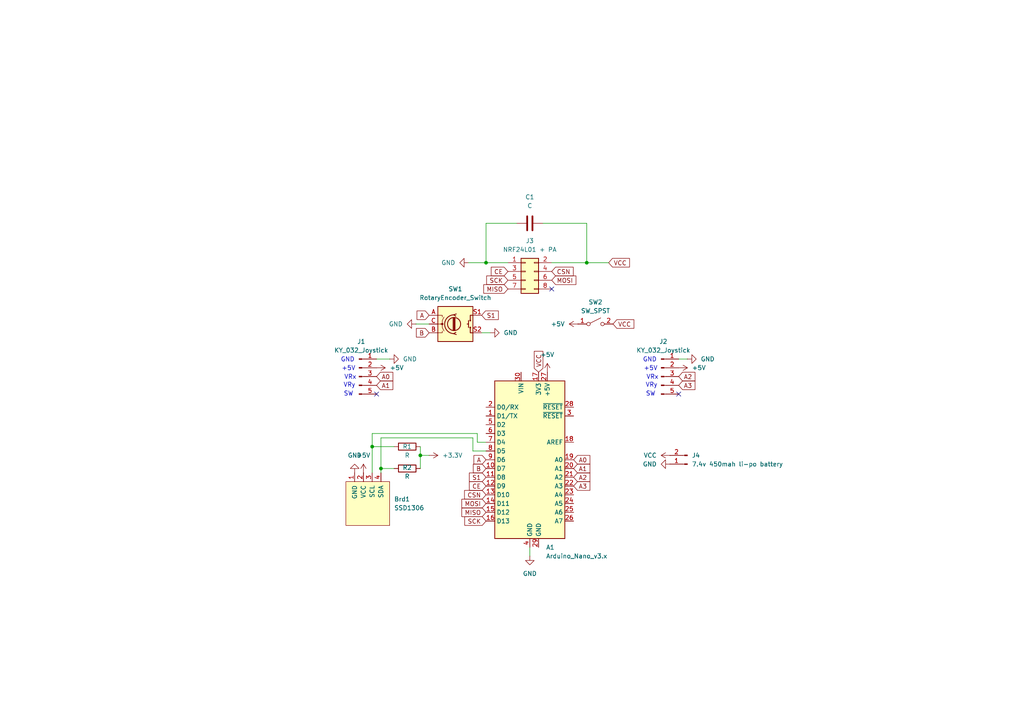
<source format=kicad_sch>
(kicad_sch (version 20250114) (generator "eeschema") (generator_version "9.0")
  (paper "A4")
  (lib_symbols
    (symbol "Connector:Conn_01x02_Pin" (pin_names (offset 1.016) (hide yes))
      (property "Reference" "J" (at 0 2.54 0))
      (property "Value" "Conn_01x02_Pin" (at 0 -5.08 0))
      (symbol "Conn_01x02_Pin_1_1"
        (rectangle (start 0.8636 0.127) (end 0 -0.127) (stroke (width 0.1524)) (fill (type outline)))
        (rectangle (start 0.8636 -2.413) (end 0 -2.667) (stroke (width 0.1524)) (fill (type outline)))
        (polyline (pts (xy 1.27 0) (xy 0.8636 0)) (stroke (width 0.1524)))
        (polyline (pts (xy 1.27 -2.54) (xy 0.8636 -2.54)) (stroke (width 0.1524)))
        (pin passive line (at 5.08 0 180) (length 3.81) (name "Pin_1") (number "1"))
        (pin passive line (at 5.08 -2.54 180) (length 3.81) (name "Pin_2") (number "2"))
      )
    )
    (symbol "Connector:Conn_01x05_Pin" (pin_names (offset 1.016) (hide yes))
      (property "Reference" "J" (at 0 7.62 0))
      (property "Value" "Conn_01x05_Pin" (at 0 -7.62 0))
      (symbol "Conn_01x05_Pin_1_1"
        (rectangle (start 0.8636 5.207) (end 0 4.953) (stroke (width 0.1524)) (fill (type outline)))
        (rectangle (start 0.8636 2.667) (end 0 2.413) (stroke (width 0.1524)) (fill (type outline)))
        (rectangle (start 0.8636 0.127) (end 0 -0.127) (stroke (width 0.1524)) (fill (type outline)))
        (rectangle (start 0.8636 -2.413) (end 0 -2.667) (stroke (width 0.1524)) (fill (type outline)))
        (rectangle (start 0.8636 -4.953) (end 0 -5.207) (stroke (width 0.1524)) (fill (type outline)))
        (polyline (pts (xy 1.27 5.08) (xy 0.8636 5.08)) (stroke (width 0.1524)))
        (polyline (pts (xy 1.27 2.54) (xy 0.8636 2.54)) (stroke (width 0.1524)))
        (polyline (pts (xy 1.27 0) (xy 0.8636 0)) (stroke (width 0.1524)))
        (polyline (pts (xy 1.27 -2.54) (xy 0.8636 -2.54)) (stroke (width 0.1524)))
        (polyline (pts (xy 1.27 -5.08) (xy 0.8636 -5.08)) (stroke (width 0.1524)))
        (pin passive line (at 5.08 5.08 180) (length 3.81) (name "Pin_1") (number "1"))
        (pin passive line (at 5.08 2.54 180) (length 3.81) (name "Pin_2") (number "2"))
        (pin passive line (at 5.08 0 180) (length 3.81) (name "Pin_3") (number "3"))
        (pin passive line (at 5.08 -2.54 180) (length 3.81) (name "Pin_4") (number "4"))
        (pin passive line (at 5.08 -5.08 180) (length 3.81) (name "Pin_5") (number "5"))
      )
    )
    (symbol "Connector_Generic:Conn_02x04_Odd_Even" (pin_names (offset 1.016) (hide yes))
      (property "Reference" "J" (at 1.27 5.08 0))
      (property "Value" "Conn_02x04_Odd_Even" (at 1.27 -7.62 0))
      (symbol "Conn_02x04_Odd_Even_1_1"
        (rectangle (start -1.27 3.81) (end 3.81 -6.35) (stroke (width 0.254)) (fill (type background)))
        (rectangle (start -1.27 2.667) (end 0 2.413) (stroke (width 0.1524)))
        (rectangle (start -1.27 0.127) (end 0 -0.127) (stroke (width 0.1524)))
        (rectangle (start -1.27 -2.413) (end 0 -2.667) (stroke (width 0.1524)))
        (rectangle (start -1.27 -4.953) (end 0 -5.207) (stroke (width 0.1524)))
        (rectangle (start 3.81 2.667) (end 2.54 2.413) (stroke (width 0.1524)))
        (rectangle (start 3.81 0.127) (end 2.54 -0.127) (stroke (width 0.1524)))
        (rectangle (start 3.81 -2.413) (end 2.54 -2.667) (stroke (width 0.1524)))
        (rectangle (start 3.81 -4.953) (end 2.54 -5.207) (stroke (width 0.1524)))
        (pin passive line (at -5.08 2.54 0) (length 3.81) (name "Pin_1") (number "1"))
        (pin passive line (at -5.08 0 0) (length 3.81) (name "Pin_3") (number "3"))
        (pin passive line (at -5.08 -2.54 0) (length 3.81) (name "Pin_5") (number "5"))
        (pin passive line (at -5.08 -5.08 0) (length 3.81) (name "Pin_7") (number "7"))
        (pin passive line (at 7.62 2.54 180) (length 3.81) (name "Pin_2") (number "2"))
        (pin passive line (at 7.62 0 180) (length 3.81) (name "Pin_4") (number "4"))
        (pin passive line (at 7.62 -2.54 180) (length 3.81) (name "Pin_6") (number "6"))
        (pin passive line (at 7.62 -5.08 180) (length 3.81) (name "Pin_8") (number "8"))
      )
    )
    (symbol "Device:C" (pin_numbers (hide yes)) (pin_names (offset 0.254))
      (property "Reference" "C" (at 0.635 2.54 0))
      (property "Value" "C" (at 0.635 -2.54 0))
      (symbol "C_0_1"
        (polyline (pts (xy -2.032 0.762) (xy 2.032 0.762)) (stroke (width 0.508)))
        (polyline (pts (xy -2.032 -0.762) (xy 2.032 -0.762)) (stroke (width 0.508)))
      )
      (symbol "C_1_1"
        (pin passive line (at 0 3.81 270) (length 2.794) (name "~") (number "1"))
        (pin passive line (at 0 -3.81 90) (length 2.794) (name "~") (number "2"))
      )
    )
    (symbol "Device:R" (pin_numbers (hide yes)) (pin_names (offset 0))
      (property "Reference" "R" (at 2.032 0 90))
      (property "Value" "R" (at 0 0 90))
      (symbol "R_0_1"
        (rectangle (start -1.016 -2.54) (end 1.016 2.54) (stroke (width 0.254)))
      )
      (symbol "R_1_1"
        (pin passive line (at 0 3.81 270) (length 1.27) (name "~") (number "1"))
        (pin passive line (at 0 -3.81 90) (length 1.27) (name "~") (number "2"))
      )
    )
    (symbol "Device:RotaryEncoder_Switch" (pin_names (offset 0.254) (hide yes))
      (property "Reference" "SW" (at 0 6.604 0))
      (property "Value" "RotaryEncoder_Switch" (at 0 -6.604 0))
      (symbol "RotaryEncoder_Switch_0_1"
        (rectangle (start -5.08 5.08) (end 5.08 -5.08) (stroke (width 0.254)) (fill (type background)))
        (polyline (pts (xy -5.08 2.54) (xy -3.81 2.54) (xy -3.81 2.032)))
        (polyline (pts (xy -5.08 0) (xy -3.81 0) (xy -3.81 -1.016) (xy -3.302 -2.032)))
        (polyline (pts (xy -5.08 -2.54) (xy -3.81 -2.54) (xy -3.81 -2.032)))
        (polyline (pts (xy -4.318 0) (xy -3.81 0) (xy -3.81 1.016) (xy -3.302 2.032)))
        (circle (center -3.81 0) (radius 0.254) (fill (type outline)))
        (polyline (pts (xy -0.635 -1.778) (xy -0.635 1.778)) (stroke (width 0.254)))
        (circle (center -0.381 0) (radius 1.905) (stroke (width 0.254)))
        (polyline (pts (xy -0.381 -1.778) (xy -0.381 1.778)) (stroke (width 0.254)))
        (arc (start -0.381 -2.794) (mid -3.0988 -0.0635) (end -0.381 2.667) (stroke (width 0.254)))
        (polyline (pts (xy -0.127 1.778) (xy -0.127 -1.778)) (stroke (width 0.254)))
        (polyline (pts (xy 0.254 2.921) (xy -0.508 2.667) (xy 0.127 2.286)) (stroke (width 0.254)))
        (polyline (pts (xy 0.254 -3.048) (xy -0.508 -2.794) (xy 0.127 -2.413)) (stroke (width 0.254)))
        (polyline (pts (xy 3.81 1.016) (xy 3.81 -1.016)) (stroke (width 0.254)))
        (polyline (pts (xy 3.81 0) (xy 3.429 0)) (stroke (width 0.254)))
        (circle (center 4.318 1.016) (radius 0.127) (stroke (width 0.254)))
        (circle (center 4.318 -1.016) (radius 0.127) (stroke (width 0.254)))
        (polyline (pts (xy 5.08 2.54) (xy 4.318 2.54) (xy 4.318 1.016)) (stroke (width 0.254)))
        (polyline (pts (xy 5.08 -2.54) (xy 4.318 -2.54) (xy 4.318 -1.016)) (stroke (width 0.254)))
      )
      (symbol "RotaryEncoder_Switch_1_1"
        (pin passive line (at -7.62 2.54 0) (length 2.54) (name "A") (number "A"))
        (pin passive line (at -7.62 0 0) (length 2.54) (name "C") (number "C"))
        (pin passive line (at -7.62 -2.54 0) (length 2.54) (name "B") (number "B"))
        (pin passive line (at 7.62 2.54 180) (length 2.54) (name "S1") (number "S1"))
        (pin passive line (at 7.62 -2.54 180) (length 2.54) (name "S2") (number "S2"))
      )
    )
    (symbol "MCU_Module:Arduino_Nano_v3.x"
      (property "Reference" "A" (at -10.16 23.495 0))
      (property "Value" "Arduino_Nano_v3.x" (at 5.08 -24.13 0))
      (symbol "Arduino_Nano_v3.x_0_1"
        (rectangle (start -10.16 22.86) (end 10.16 -22.86) (stroke (width 0.254)) (fill (type background)))
      )
      (symbol "Arduino_Nano_v3.x_1_1"
        (pin bidirectional line (at -12.7 15.24 0) (length 2.54) (name "D0/RX") (number "2"))
        (pin bidirectional line (at -12.7 12.7 0) (length 2.54) (name "D1/TX") (number "1"))
        (pin bidirectional line (at -12.7 10.16 0) (length 2.54) (name "D2") (number "5"))
        (pin bidirectional line (at -12.7 7.62 0) (length 2.54) (name "D3") (number "6"))
        (pin bidirectional line (at -12.7 5.08 0) (length 2.54) (name "D4") (number "7"))
        (pin bidirectional line (at -12.7 2.54 0) (length 2.54) (name "D5") (number "8"))
        (pin bidirectional line (at -12.7 0 0) (length 2.54) (name "D6") (number "9"))
        (pin bidirectional line (at -12.7 -2.54 0) (length 2.54) (name "D7") (number "10"))
        (pin bidirectional line (at -12.7 -5.08 0) (length 2.54) (name "D8") (number "11"))
        (pin bidirectional line (at -12.7 -7.62 0) (length 2.54) (name "D9") (number "12"))
        (pin bidirectional line (at -12.7 -10.16 0) (length 2.54) (name "D10") (number "13"))
        (pin bidirectional line (at -12.7 -12.7 0) (length 2.54) (name "D11") (number "14"))
        (pin bidirectional line (at -12.7 -15.24 0) (length 2.54) (name "D12") (number "15"))
        (pin bidirectional line (at -12.7 -17.78 0) (length 2.54) (name "D13") (number "16"))
        (pin power_in line (at -2.54 25.4 270) (length 2.54) (name "VIN") (number "30"))
        (pin power_in line (at 0 -25.4 90) (length 2.54) (name "GND") (number "4"))
        (pin power_out line (at 2.54 25.4 270) (length 2.54) (name "3V3") (number "17"))
        (pin power_in line (at 2.54 -25.4 90) (length 2.54) (name "GND") (number "29"))
        (pin power_out line (at 5.08 25.4 270) (length 2.54) (name "+5V") (number "27"))
        (pin input line (at 12.7 15.24 180) (length 2.54) (name "~{RESET}") (number "28"))
        (pin input line (at 12.7 12.7 180) (length 2.54) (name "~{RESET}") (number "3"))
        (pin input line (at 12.7 5.08 180) (length 2.54) (name "AREF") (number "18"))
        (pin bidirectional line (at 12.7 0 180) (length 2.54) (name "A0") (number "19"))
        (pin bidirectional line (at 12.7 -2.54 180) (length 2.54) (name "A1") (number "20"))
        (pin bidirectional line (at 12.7 -5.08 180) (length 2.54) (name "A2") (number "21"))
        (pin bidirectional line (at 12.7 -7.62 180) (length 2.54) (name "A3") (number "22"))
        (pin bidirectional line (at 12.7 -10.16 180) (length 2.54) (name "A4") (number "23"))
        (pin bidirectional line (at 12.7 -12.7 180) (length 2.54) (name "A5") (number "24"))
        (pin bidirectional line (at 12.7 -15.24 180) (length 2.54) (name "A6") (number "25"))
        (pin bidirectional line (at 12.7 -17.78 180) (length 2.54) (name "A7") (number "26"))
      )
    )
    (symbol "SSD1306-128x64_OLED:SSD1306" (pin_names (offset 1.016))
      (property "Reference" "Brd" (at 0 -3.81 0))
      (property "Value" "SSD1306" (at 0 -1.27 0))
      (symbol "SSD1306_0_1"
        (rectangle (start -6.35 6.35) (end 6.35 -6.35) (fill (type background)))
      )
      (symbol "SSD1306_1_1"
        (pin input line (at -3.81 8.89 270) (length 2.54) (name "GND") (number "1"))
        (pin input line (at -1.27 8.89 270) (length 2.54) (name "VCC") (number "2"))
        (pin input line (at 1.27 8.89 270) (length 2.54) (name "SCL") (number "3"))
        (pin input line (at 3.81 8.89 270) (length 2.54) (name "SDA") (number "4"))
      )
    )
    (symbol "Switch:SW_SPST" (pin_names (offset 0) (hide yes))
      (property "Reference" "SW" (at 0 3.175 0))
      (property "Value" "SW_SPST" (at 0 -2.54 0))
      (symbol "SW_SPST_0_0"
        (circle (center -2.032 0) (radius 0.508))
        (polyline (pts (xy -1.524 0.254) (xy 1.524 1.778)))
        (circle (center 2.032 0) (radius 0.508))
      )
      (symbol "SW_SPST_1_1"
        (pin passive line (at -5.08 0 0) (length 2.54) (name "A") (number "1"))
        (pin passive line (at 5.08 0 180) (length 2.54) (name "B") (number "2"))
      )
    )
    (symbol "power:+3.3V" (power) (pin_numbers (hide yes)) (pin_names (offset 0) (hide yes))
      (property "Value" "+3.3V" (at 0 3.556 0))
      (symbol "+3.3V_0_1"
        (polyline (pts (xy -0.762 1.27) (xy 0 2.54)))
        (polyline (pts (xy 0 2.54) (xy 0.762 1.27)))
        (polyline (pts (xy 0 0) (xy 0 2.54)))
      )
      (symbol "+3.3V_1_1"
        (pin power_in line (at 0 0 90) (length 0) (name "~") (number "1"))
      )
    )
    (symbol "power:+5V" (power) (pin_numbers (hide yes)) (pin_names (offset 0) (hide yes))
      (property "Value" "+5V" (at 0 3.556 0))
      (symbol "+5V_0_1"
        (polyline (pts (xy -0.762 1.27) (xy 0 2.54)))
        (polyline (pts (xy 0 2.54) (xy 0.762 1.27)))
        (polyline (pts (xy 0 0) (xy 0 2.54)))
      )
      (symbol "+5V_1_1"
        (pin power_in line (at 0 0 90) (length 0) (name "~") (number "1"))
      )
    )
    (symbol "power:GND" (power) (pin_numbers (hide yes)) (pin_names (offset 0) (hide yes))
      (property "Value" "GND" (at 0 -3.81 0))
      (symbol "GND_0_1"
        (polyline (pts (xy 0 0) (xy 0 -1.27) (xy 1.27 -1.27) (xy 0 -2.54) (xy -1.27 -1.27) (xy 0 -1.27)))
      )
      (symbol "GND_1_1"
        (pin power_in line (at 0 0 270) (length 0) (name "~") (number "1"))
      )
    )
    (symbol "power:VCC" (power) (pin_numbers (hide yes)) (pin_names (offset 0) (hide yes))
      (property "Value" "VCC" (at 0 3.556 0))
      (symbol "VCC_0_1"
        (polyline (pts (xy -0.762 1.27) (xy 0 2.54)))
        (polyline (pts (xy 0 2.54) (xy 0.762 1.27)))
        (polyline (pts (xy 0 0) (xy 0 2.54)))
      )
      (symbol "VCC_1_1"
        (pin power_in line (at 0 0 90) (length 0) (name "~") (number "1"))
      )
    )
  )
  (text "VRy\n" (at 188.976 111.76 0) (effects (font (size 1.27 1.27))))
  (text "+5V\n" (at 101.092 106.934 0) (effects (font (size 1.27 1.27))))
  (text "GND\n" (at 100.838 104.394 0) (effects (font (size 1.27 1.27))))
  (text "SW" (at 101.092 114.3 0) (effects (font (size 1.27 1.27))))
  (text "VRy\n" (at 101.346 111.76 0) (effects (font (size 1.27 1.27))))
  (text "VRx\n\n\n" (at 101.6 111.506 0) (effects (font (size 1.27 1.27))))
  (text "SW" (at 188.722 114.3 0) (effects (font (size 1.27 1.27))))
  (text "+5V\n" (at 188.722 106.934 0) (effects (font (size 1.27 1.27))))
  (text "VRx\n\n\n" (at 189.23 111.506 0) (effects (font (size 1.27 1.27))))
  (text "GND\n" (at 188.468 104.394 0) (effects (font (size 1.27 1.27))))
  (junction (at 110.49 135.89))
  (junction (at 170.18 76.2))
  (junction (at 140.97 76.2))
  (junction (at 107.95 129.54))
  (junction (at 121.92 132.08))
  (no_connect (at 196.85 114.3))
  (no_connect (at 109.22 114.3))
  (no_connect (at 160.02 83.82))
  (wire (pts (xy 107.95 129.54) (xy 114.3 129.54)))
  (wire (pts (xy 149.86 64.77) (xy 140.97 64.77)))
  (wire (pts (xy 110.49 135.89) (xy 114.3 135.89)))
  (wire (pts (xy 107.95 125.73) (xy 107.95 129.54)))
  (wire (pts (xy 137.16 130.81) (xy 140.97 130.81)))
  (wire (pts (xy 135.89 76.2) (xy 140.97 76.2)))
  (wire (pts (xy 110.49 127) (xy 137.16 127)))
  (wire (pts (xy 140.97 76.2) (xy 147.32 76.2)))
  (wire (pts (xy 160.02 76.2) (xy 170.18 76.2)))
  (wire (pts (xy 138.43 125.73) (xy 138.43 128.27)))
  (wire (pts (xy 121.92 132.08) (xy 124.46 132.08)))
  (wire (pts (xy 110.49 135.89) (xy 110.49 137.16)))
  (wire (pts (xy 139.7 96.52) (xy 142.24 96.52)))
  (wire (pts (xy 109.22 104.14) (xy 113.03 104.14)))
  (wire (pts (xy 196.85 104.14) (xy 199.39 104.14)))
  (wire (pts (xy 170.18 76.2) (xy 176.53 76.2)))
  (wire (pts (xy 157.48 64.77) (xy 170.18 64.77)))
  (wire (pts (xy 120.65 93.98) (xy 124.46 93.98)))
  (wire (pts (xy 153.67 158.75) (xy 153.67 161.29)))
  (wire (pts (xy 137.16 127) (xy 137.16 130.81)))
  (wire (pts (xy 140.97 64.77) (xy 140.97 76.2)))
  (wire (pts (xy 107.95 129.54) (xy 107.95 137.16)))
  (wire (pts (xy 170.18 64.77) (xy 170.18 76.2)))
  (wire (pts (xy 121.92 132.08) (xy 121.92 135.89)))
  (wire (pts (xy 110.49 127) (xy 110.49 135.89)))
  (wire (pts (xy 121.92 129.54) (xy 121.92 132.08)))
  (wire (pts (xy 107.95 125.73) (xy 138.43 125.73)))
  (wire (pts (xy 138.43 128.27) (xy 140.97 128.27)))
  (global_label "CE" (shape input) (at 147.32 78.74 180) (property "Intersheetrefs" "${INTERSHEET_REFS}" (effects (hide yes))))
  (global_label "SCK" (shape input) (at 140.97 151.13 180) (property "Intersheetrefs" "${INTERSHEET_REFS}" (effects (hide yes))))
  (global_label "A1" (shape input) (at 166.37 135.89 0) (property "Intersheetrefs" "${INTERSHEET_REFS}" (effects (hide yes))))
  (global_label "MOSI" (shape input) (at 160.02 81.28 0) (property "Intersheetrefs" "${INTERSHEET_REFS}" (effects (hide yes))))
  (global_label "VCC" (shape input) (at 177.8 93.98 0) (property "Intersheetrefs" "${INTERSHEET_REFS}" (effects (hide yes))))
  (global_label "CSN" (shape input) (at 140.97 143.51 180) (property "Intersheetrefs" "${INTERSHEET_REFS}" (effects (hide yes))))
  (global_label "SCK" (shape input) (at 147.32 81.28 180) (property "Intersheetrefs" "${INTERSHEET_REFS}" (effects (hide yes))))
  (global_label "A" (shape input) (at 124.46 91.44 180) (property "Intersheetrefs" "${INTERSHEET_REFS}" (effects (hide yes))))
  (global_label "MISO" (shape input) (at 147.32 83.82 180) (property "Intersheetrefs" "${INTERSHEET_REFS}" (effects (hide yes))))
  (global_label "MOSI" (shape input) (at 140.97 146.05 180) (property "Intersheetrefs" "${INTERSHEET_REFS}" (effects (hide yes))))
  (global_label "A2" (shape input) (at 166.37 138.43 0) (property "Intersheetrefs" "${INTERSHEET_REFS}" (effects (hide yes))))
  (global_label "A0" (shape input) (at 166.37 133.35 0) (property "Intersheetrefs" "${INTERSHEET_REFS}" (effects (hide yes))))
  (global_label "S1" (shape input) (at 140.97 138.43 180) (property "Intersheetrefs" "${INTERSHEET_REFS}" (effects (hide yes))))
  (global_label "A3" (shape input) (at 196.85 111.76 0) (property "Intersheetrefs" "${INTERSHEET_REFS}" (effects (hide yes))))
  (global_label "VCC" (shape input) (at 156.21 107.95 90) (property "Intersheetrefs" "${INTERSHEET_REFS}" (effects (hide yes))))
  (global_label "A3" (shape input) (at 166.37 140.97 0) (property "Intersheetrefs" "${INTERSHEET_REFS}" (effects (hide yes))))
  (global_label "VCC" (shape input) (at 176.53 76.2 0) (property "Intersheetrefs" "${INTERSHEET_REFS}" (effects (hide yes))))
  (global_label "A" (shape input) (at 140.97 133.35 180) (property "Intersheetrefs" "${INTERSHEET_REFS}" (effects (hide yes))))
  (global_label "A0" (shape input) (at 109.22 109.22 0) (property "Intersheetrefs" "${INTERSHEET_REFS}" (effects (hide yes))))
  (global_label "CSN" (shape input) (at 160.02 78.74 0) (property "Intersheetrefs" "${INTERSHEET_REFS}" (effects (hide yes))))
  (global_label "B" (shape input) (at 124.46 96.52 180) (property "Intersheetrefs" "${INTERSHEET_REFS}" (effects (hide yes))))
  (global_label "A2" (shape input) (at 196.85 109.22 0) (property "Intersheetrefs" "${INTERSHEET_REFS}" (effects (hide yes))))
  (global_label "B" (shape input) (at 140.97 135.89 180) (property "Intersheetrefs" "${INTERSHEET_REFS}" (effects (hide yes))))
  (global_label "CE" (shape input) (at 140.97 140.97 180) (property "Intersheetrefs" "${INTERSHEET_REFS}" (effects (hide yes))))
  (global_label "A1" (shape input) (at 109.22 111.76 0) (property "Intersheetrefs" "${INTERSHEET_REFS}" (effects (hide yes))))
  (global_label "MISO" (shape input) (at 140.97 148.59 180) (property "Intersheetrefs" "${INTERSHEET_REFS}" (effects (hide yes))))
  (global_label "S1" (shape input) (at 139.7 91.44 0) (property "Intersheetrefs" "${INTERSHEET_REFS}" (effects (hide yes))))
  (symbol (lib_id "power:GND") (at 120.65 93.98 270) (unit 1)
    (property "Reference" "#PWR05" (effects (hide yes)))
    (property "Value" "GND" (at 116.84 93.9799 90) (effects (justify right)))
    (property "Description" "Power symbol creates a global label with name \"GND\" , ground" (effects (hide yes)))
  )
  (symbol (lib_id "power:+3.3V") (at 124.46 132.08 270) (unit 1)
    (property "Reference" "#PWR013" (effects (hide yes)))
    (property "Value" "+3.3V" (at 128.27 132.0799 90) (effects (justify left)))
    (property "Description" "Power symbol creates a global label with name \"+3.3V\"" (effects (hide yes)))
  )
  (symbol (lib_id "power:GND") (at 194.31 134.62 270) (unit 1)
    (property "Reference" "#PWR014" (effects (hide yes)))
    (property "Value" "GND" (at 190.5 134.6199 90) (effects (justify right)))
    (property "Description" "Power symbol creates a global label with name \"GND\" , ground" (effects (hide yes)))
  )
  (symbol (lib_id "Device:RotaryEncoder_Switch") (at 132.08 93.98 0) (unit 1)
    (property "Reference" "SW1" (at 132.08 83.82 0))
    (property "Value" "RotaryEncoder_Switch" (at 132.08 86.36 0))
    (property "Footprint" "Rotary_Encoder:RotaryEncoder_Alps_EC11E-Switch_Vertical_H20mm_CircularMountingHoles" (effects (hide yes)))
    (property "Description" "Rotary encoder, dual channel, incremental quadrate outputs, with switch" (effects (hide yes)))
  )
  (symbol (lib_id "power:GND") (at 113.03 104.14 90) (unit 1)
    (property "Reference" "#PWR02" (effects (hide yes)))
    (property "Value" "GND" (at 116.84 104.1399 90) (effects (justify right)))
    (property "Description" "Power symbol creates a global label with name \"GND\" , ground" (effects (hide yes)))
  )
  (symbol (lib_id "power:+5V") (at 109.22 106.68 270) (unit 1)
    (property "Reference" "#PWR07" (effects (hide yes)))
    (property "Value" "+5V" (at 113.03 106.6799 90) (effects (justify left)))
    (property "Description" "Power symbol creates a global label with name \"+5V\"" (effects (hide yes)))
  )
  (symbol (lib_id "Device:C") (at 153.67 64.77 90) (unit 1)
    (property "Reference" "C1" (at 153.67 57.15 90))
    (property "Value" "C" (at 153.67 59.69 90))
    (property "Footprint" "Capacitor_THT:CP_Radial_D8.0mm_P5.00mm" (effects (hide yes)))
    (property "Description" "Unpolarized capacitor" (effects (hide yes)))
  )
  (symbol (lib_id "power:+5V") (at 196.85 106.68 270) (unit 1)
    (property "Reference" "#PWR08" (effects (hide yes)))
    (property "Value" "+5V" (at 200.66 106.6799 90) (effects (justify left)))
    (property "Description" "Power symbol creates a global label with name \"+5V\"" (effects (hide yes)))
  )
  (symbol (lib_id "SSD1306-128x64_OLED:SSD1306") (at 106.68 146.05 0) (unit 1)
    (property "Reference" "Brd1" (at 114.3 144.7799 0) (effects (justify left)))
    (property "Value" "SSD1306" (at 114.3 147.3199 0) (effects (justify left)))
    (property "Footprint" "SSD1306:128x64OLED" (effects (hide yes)))
    (property "Description" "SSD1306 OLED" (effects (hide yes)))
  )
  (symbol (lib_id "Connector_Generic:Conn_02x04_Odd_Even") (at 152.4 78.74 0) (unit 1)
    (property "Reference" "J3" (at 153.67 69.85 0))
    (property "Value" "NRF24L01 + PA" (at 153.67 72.39 0))
    (property "Footprint" "RF_Module:nRF24L01_Breakout" (effects (hide yes)))
    (property "Description" "Generic connector, double row, 02x04, odd/even pin numbering scheme (row 1 odd numbers, row 2 even numbers), script generated (kicad-library-utils/schlib/autogen/connector/)" (effects (hide yes)))
  )
  (symbol (lib_id "Connector:Conn_01x02_Pin") (at 199.39 134.62 180) (unit 1)
    (property "Reference" "J4" (at 200.66 132.0799 0) (effects (justify right)))
    (property "Value" "7.4v 450mah li-po battery" (at 200.66 134.6199 0) (effects (justify right)))
    (property "Footprint" "Battery:BatteryHolder_Keystone_3034_1x20mm" (effects (hide yes)))
    (property "Description" "Generic connector, single row, 01x02, script generated" (effects (hide yes)))
  )
  (symbol (lib_id "power:+5V") (at 158.75 107.95 0) (unit 1)
    (property "Reference" "#PWR09" (effects (hide yes)))
    (property "Value" "+5V" (at 158.75 102.87 0))
    (property "Description" "Power symbol creates a global label with name \"+5V\"" (effects (hide yes)))
  )
  (symbol (lib_id "Connector:Conn_01x05_Pin") (at 191.77 109.22 0) (unit 1)
    (property "Reference" "J2" (at 192.405 99.06 0))
    (property "Value" "KY_032_Joystick" (at 192.405 101.6 0))
    (property "Footprint" "Connector_PinHeader_1.00mm:PinHeader_1x05_P1.00mm_Vertical" (effects (hide yes)))
    (property "Description" "Generic connector, single row, 01x05, script generated" (effects (hide yes)))
  )
  (symbol (lib_id "Device:R") (at 118.11 135.89 90) (unit 1)
    (property "Reference" "R2" (at 118.11 135.636 90))
    (property "Value" "R" (at 118.11 138.176 90))
    (property "Footprint" "Resistor_THT:R_Axial_DIN0207_L6.3mm_D2.5mm_P7.62mm_Horizontal" (effects (hide yes)))
    (property "Description" "Resistor" (effects (hide yes)))
  )
  (symbol (lib_id "power:GND") (at 135.89 76.2 270) (unit 1)
    (property "Reference" "#PWR04" (effects (hide yes)))
    (property "Value" "GND" (at 132.08 76.1999 90) (effects (justify right)))
    (property "Description" "Power symbol creates a global label with name \"GND\" , ground" (effects (hide yes)))
  )
  (symbol (lib_id "power:+5V") (at 105.41 137.16 0) (unit 1)
    (property "Reference" "#PWR012" (effects (hide yes)))
    (property "Value" "+5V" (at 105.41 132.08 0))
    (property "Description" "Power symbol creates a global label with name \"+5V\"" (effects (hide yes)))
  )
  (symbol (lib_id "power:GND") (at 199.39 104.14 90) (unit 1)
    (property "Reference" "#PWR03" (effects (hide yes)))
    (property "Value" "GND" (at 203.2 104.1399 90) (effects (justify right)))
    (property "Description" "Power symbol creates a global label with name \"GND\" , ground" (effects (hide yes)))
  )
  (symbol (lib_id "power:VCC") (at 194.31 132.08 90) (unit 1)
    (property "Reference" "#PWR015" (effects (hide yes)))
    (property "Value" "VCC" (at 190.5 132.0799 90) (effects (justify left)))
    (property "Description" "Power symbol creates a global label with name \"VCC\"" (effects (hide yes)))
  )
  (symbol (lib_id "MCU_Module:Arduino_Nano_v3.x") (at 153.67 133.35 0) (unit 1)
    (property "Reference" "A1" (at 158.3533 158.75 0) (effects (justify left)))
    (property "Value" "Arduino_Nano_v3.x" (at 158.3533 161.29 0) (effects (justify left)))
    (property "Footprint" "Module:Arduino_Nano" (effects (hide yes)))
    (property "Datasheet" "http://www.mouser.com/pdfdocs/Gravitech_Arduino_Nano3_0.pdf" (effects (hide yes)))
    (property "Description" "Arduino Nano v3.x" (effects (hide yes)))
  )
  (symbol (lib_id "power:GND") (at 142.24 96.52 90) (unit 1)
    (property "Reference" "#PWR06" (effects (hide yes)))
    (property "Value" "GND" (at 146.05 96.5199 90) (effects (justify right)))
    (property "Description" "Power symbol creates a global label with name \"GND\" , ground" (effects (hide yes)))
  )
  (symbol (lib_id "power:GND") (at 153.67 161.29 0) (unit 1)
    (property "Reference" "#PWR01" (effects (hide yes)))
    (property "Value" "GND" (at 153.67 166.37 0))
    (property "Description" "Power symbol creates a global label with name \"GND\" , ground" (effects (hide yes)))
  )
  (symbol (lib_id "Device:R") (at 118.11 129.54 90) (unit 1)
    (property "Reference" "R1" (at 118.11 129.54 90))
    (property "Value" "R" (at 118.11 132.08 90))
    (property "Footprint" "Resistor_THT:R_Axial_DIN0207_L6.3mm_D2.5mm_P7.62mm_Horizontal" (effects (hide yes)))
    (property "Description" "Resistor" (effects (hide yes)))
  )
  (symbol (lib_id "power:+5V") (at 167.64 93.98 90) (unit 1)
    (property "Reference" "#PWR010" (effects (hide yes)))
    (property "Value" "+5V" (at 163.83 93.9799 90) (effects (justify left)))
    (property "Description" "Power symbol creates a global label with name \"+5V\"" (effects (hide yes)))
  )
  (symbol (lib_id "power:GND") (at 102.87 137.16 180) (unit 1)
    (property "Reference" "#PWR011" (effects (hide yes)))
    (property "Value" "GND" (at 102.87 132.08 0))
    (property "Description" "Power symbol creates a global label with name \"GND\" , ground" (effects (hide yes)))
  )
  (symbol (lib_id "Switch:SW_SPST") (at 172.72 93.98 0) (unit 1)
    (property "Reference" "SW2" (at 172.72 87.63 0))
    (property "Value" "SW_SPST" (at 172.72 90.17 0))
    (property "Footprint" "Button_Switch_THT:SW_CW_GPTS203211B" (effects (hide yes)))
    (property "Description" "Single Pole Single Throw (SPST) switch" (effects (hide yes)))
  )
  (symbol (lib_id "Connector:Conn_01x05_Pin") (at 104.14 109.22 0) (unit 1)
    (property "Reference" "J1" (at 104.775 99.06 0))
    (property "Value" "KY_032_Joystick" (at 104.775 101.6 0))
    (property "Footprint" "Connector_PinHeader_1.00mm:PinHeader_1x05_P1.00mm_Vertical" (effects (hide yes)))
    (property "Description" "Generic connector, single row, 01x05, script generated" (effects (hide yes)))
  )
)
</source>
